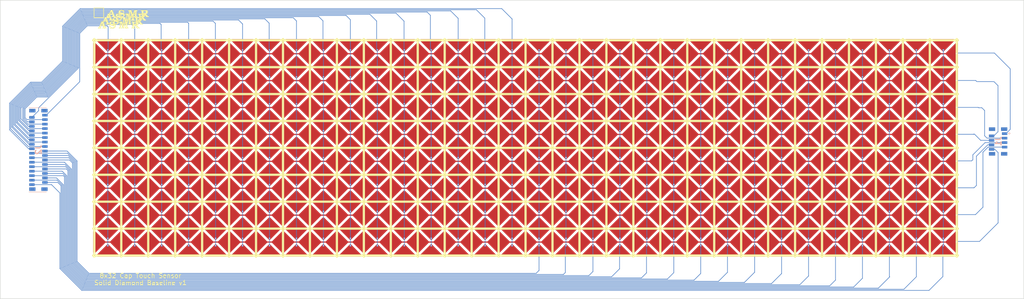
<source format=kicad_pcb>
(kicad_pcb (version 20211014) (generator pcbnew)
  (layers (0 "F.Cu" signal) (31 "B.Cu" signal) (34 "B.Paste" user) (35 "F.Paste" user) (36 "B.SilkS" user "B.Silkscreen") (37 "F.SilkS" user "F.Silkscreen") (38 "B.Mask" user) (39 "F.Mask" user) (44 "Edge.Cuts" user))
  (net 0 "")
  (net 1 "Net-(J1-Pad1)")
  (net 2 "Net-(J1-Pad2)")
  (net 3 "Net-(J1-Pad3)")
  (net 4 "Net-(J1-Pad4)")
  (net 5 "Net-(J1-Pad5)")
  (net 6 "Net-(J1-Pad6)")
  (net 7 "Net-(J1-Pad7)")
  (net 8 "Net-(J1-Pad8)")
  (net 9 "Net-(J2-Pad1)")
  (net 10 "Net-(J2-Pad2)")
  (net 11 "Net-(J2-Pad3)")
  (net 12 "Net-(J2-Pad4)")
  (net 13 "Net-(J2-Pad5)")
  (net 14 "Net-(J2-Pad6)")
  (net 15 "Net-(J2-Pad7)")
  (net 16 "Net-(J2-Pad8)")
  (net 17 "Net-(J2-Pad9)")
  (net 18 "Net-(J2-Pad10)")
  (net 19 "Net-(J2-Pad11)")
  (net 20 "Net-(J2-Pad12)")
  (net 21 "Net-(J2-Pad13)")
  (net 22 "Net-(J2-Pad14)")
  (net 23 "Net-(J2-Pad15)")
  (net 24 "Net-(J2-Pad16)")
  (net 25 "Net-(J2-Pad17)")
  (net 26 "Net-(J2-Pad18)")
  (net 27 "Net-(J2-Pad19)")
  (net 28 "Net-(J2-Pad20)")
  (net 29 "Net-(J2-Pad21)")
  (net 30 "Net-(J2-Pad22)")
  (net 31 "Net-(J2-Pad23)")
  (net 32 "Net-(J2-Pad24)")
  (net 33 "Net-(J2-Pad25)")
  (net 34 "Net-(J2-Pad26)")
  (net 35 "Net-(J2-Pad27)")
  (net 36 "Net-(J2-Pad28)")
  (net 37 "Net-(J2-Pad29)")
  (net 38 "Net-(J2-Pad30)")
  (net 39 "Net-(J2-Pad31)")
  (net 40 "Net-(J2-Pad32)")
  (footprint "ASMR_footprints:captouch_8x32_diamond_baseline" (layer "F.Cu") (at 62.875 55.675)
    (fp_text reference "U1" hide)
    (fp_text value "captouch_8x32_grid" hide)
  )
  (footprint "ASMR_footprints:SilkScreen_asmrrrrrrrrr" (layer "F.Cu") (at 69.125 51.275)
    (fp_text reference "G***" hide)
    (fp_text value "LOGO" hide)
  )
  (footprint "ASMR_footprints:Conn_FFC_1x32_0.5mm_Molex_5019513210" (layer "B.Cu") (at 50.675 80.375 -90)
    (fp_text reference "J2")
    (fp_text value "Conn_01x32_Male" hide)
  )
  (footprint "ASMR_footprints:Conn_FFC_1x8_0.5mm_Molex_5019510830" (layer "B.Cu") (at 264.325 78.5 -90)
    (fp_text reference "J1")
    (fp_text value "Conn_01x08_Male" hide)
  )
  (gr_rect (start 42.175 47) (end 270.05 113.55) (layer "Edge.Cuts") (width 0.1) (fill none))
  (gr_text "8x32 Cap Touch Sensor\nSolid Diamond Baseline v1" (at 73.4 109.225) (layer "F.SilkS") (effects (font (size 1 1))))
  (via (at 255.05 58.9) (size 0.4) (drill 0.2) (layers "F.Cu" "B.Cu") (net 1))
  (segment (start 266.075 76.75) (end 267.025 75.8) (width 0.127) (layer "B.Cu") (net 1))
  (segment (start 267.025 62.3) (end 263.5 58.775) (width 0.127) (layer "B.Cu") (net 1))
  (segment (start 267.025 75.8) (end 267.025 62.3) (width 0.127) (layer "B.Cu") (net 1))
  (segment (start 263.5 58.775) (end 255.175 58.775) (width 0.127) (layer "B.Cu") (net 1))
  (segment (start 255.175 58.775) (end 255.05 58.9) (width 0.127) (layer "B.Cu") (net 1))
  (segment (start 265.775 76.75) (end 266.075 76.75) (width 0.127) (layer "B.Cu") (net 1))
  (via (at 255.05 64.9) (size 0.4) (drill 0.2) (layers "F.Cu" "B.Cu") (net 2))
  (segment (start 259.35 64.9) (end 259.6 65.15) (width 0.127) (layer "B.Cu") (net 2))
  (segment (start 262.875 77.25) (end 263.375 77.25) (width 0.127) (layer "B.Cu") (net 2))
  (segment (start 255.05 64.9) (end 259.35 64.9) (width 0.127) (layer "B.Cu") (net 2))
  (segment (start 264.3 76.325) (end 264.3 66.05) (width 0.127) (layer "B.Cu") (net 2))
  (segment (start 263.4 65.15) (end 259.6 65.15) (width 0.127) (layer "B.Cu") (net 2))
  (segment (start 263.375 77.25) (end 264.3 76.325) (width 0.127) (layer "B.Cu") (net 2))
  (segment (start 264.3 66.05) (end 263.4 65.15) (width 0.127) (layer "B.Cu") (net 2))
  (via (at 255.05 70.9) (size 0.4) (drill 0.2) (layers "F.Cu" "B.Cu") (net 3))
  (segment (start 265.775 77.75) (end 261.85 77.75) (width 0.127) (layer "B.Cu") (net 3))
  (segment (start 260 70.975) (end 260.7 70.975) (width 0.127) (layer "B.Cu") (net 3))
  (segment (start 261.325 71.6) (end 260.7 70.975) (width 0.127) (layer "B.Cu") (net 3))
  (segment (start 261.85 77.75) (end 261.325 77.225) (width 0.127) (layer "B.Cu") (net 3))
  (segment (start 259.925 70.9) (end 260 70.975) (width 0.127) (layer "B.Cu") (net 3))
  (segment (start 255.05 70.9) (end 259.925 70.9) (width 0.127) (layer "B.Cu") (net 3))
  (segment (start 261.325 77.225) (end 261.325 71.6) (width 0.127) (layer "B.Cu") (net 3))
  (via (at 255.05 76.9) (size 0.4) (drill 0.2) (layers "F.Cu" "B.Cu") (net 4))
  (segment (start 255.05 76.9) (end 258.85 76.9) (width 0.127) (layer "B.Cu") (net 4))
  (segment (start 258.85 76.9) (end 258.9 76.85) (width 0.127) (layer "B.Cu") (net 4))
  (segment (start 262.875 78.25) (end 260.45 78.25) (width 0.127) (layer "B.Cu") (net 4))
  (segment (start 260.45 78.25) (end 259.05 76.85) (width 0.127) (layer "B.Cu") (net 4))
  (segment (start 259.05 76.85) (end 258.9 76.85) (width 0.127) (layer "B.Cu") (net 4))
  (via (at 255.05 82.9) (size 0.4) (drill 0.2) (layers "F.Cu" "B.Cu") (net 5))
  (segment (start 255.125 82.825) (end 255.05 82.9) (width 0.127) (layer "B.Cu") (net 5))
  (segment (start 265.775 78.75) (end 261.425 78.75) (width 0.127) (layer "B.Cu") (net 5))
  (segment (start 258.7 81.475) (end 258.7 82.575) (width 0.127) (layer "B.Cu") (net 5))
  (segment (start 261.425 78.75) (end 258.7 81.475) (width 0.127) (layer "B.Cu") (net 5))
  (segment (start 258.45 82.825) (end 255.125 82.825) (width 0.127) (layer "B.Cu") (net 5))
  (segment (start 258.7 82.575) (end 258.45 82.825) (width 0.127) (layer "B.Cu") (net 5))
  (via (at 255.05 88.9) (size 0.4) (drill 0.2) (layers "F.Cu" "B.Cu") (net 6))
  (segment (start 259.5 81.775) (end 259.5 88.3) (width 0.127) (layer "B.Cu") (net 6))
  (segment (start 258.975 88.825) (end 255.125 88.825) (width 0.127) (layer "B.Cu") (net 6))
  (segment (start 259.5 88.3) (end 258.975 88.825) (width 0.127) (layer "B.Cu") (net 6))
  (segment (start 255.125 88.825) (end 255.05 88.9) (width 0.127) (layer "B.Cu") (net 6))
  (segment (start 262.875 79.25) (end 262.025 79.25) (width 0.127) (layer "B.Cu") (net 6))
  (segment (start 262.025 79.25) (end 259.5 81.775) (width 0.127) (layer "B.Cu") (net 6))
  (via (at 255.05 94.9) (size 0.4) (drill 0.2) (layers "F.Cu" "B.Cu") (net 7))
  (segment (start 260.95 80.894) (end 260.95 93.15) (width 0.127) (layer "B.Cu") (net 7))
  (segment (start 262.094 79.75) (end 260.95 80.894) (width 0.127) (layer "B.Cu") (net 7))
  (segment (start 260.95 93.15) (end 259.3 94.8) (width 0.127) (layer "B.Cu") (net 7))
  (segment (start 255.15 94.8) (end 255.05 94.9) (width 0.127) (layer "B.Cu") (net 7))
  (segment (start 265.775 79.75) (end 262.094 79.75) (width 0.127) (layer "B.Cu") (net 7))
  (segment (start 259.3 94.8) (end 255.15 94.8) (width 0.127) (layer "B.Cu") (net 7))
  (via (at 255.05 100.9) (size 0.4) (drill 0.2) (layers "F.Cu" "B.Cu") (net 8))
  (segment (start 260.2 100.775) (end 255.175 100.775) (width 0.127) (layer "B.Cu") (net 8))
  (segment (start 263.602 80.25) (end 264.325 80.973) (width 0.127) (layer "B.Cu") (net 8))
  (segment (start 264.325 96.65) (end 260.2 100.775) (width 0.127) (layer "B.Cu") (net 8))
  (segment (start 255.175 100.775) (end 255.05 100.9) (width 0.127) (layer "B.Cu") (net 8))
  (segment (start 262.875 80.25) (end 263.602 80.25) (width 0.127) (layer "B.Cu") (net 8))
  (segment (start 264.325 80.973) (end 264.325 96.65) (width 0.127) (layer "B.Cu") (net 8))
  (via (at 66.125 70.075) (size 0.4) (drill 0.2) (layers "F.Cu" "B.Cu") (net 9))
  (via (at 66.125 64.075) (size 0.4) (drill 0.2) (layers "F.Cu" "B.Cu") (net 9))
  (via (at 66.125 58.075) (size 0.4) (drill 0.2) (layers "F.Cu" "B.Cu") (net 9))
  (via (at 66.125 82.075) (size 0.4) (drill 0.2) (layers "F.Cu" "B.Cu") (net 9))
  (via (at 66.125 76.075) (size 0.4) (drill 0.2) (layers "F.Cu" "B.Cu") (net 9))
  (via (at 66.125 100.075) (size 0.4) (drill 0.2) (layers "F.Cu" "B.Cu") (net 9))
  (via (at 66.125 94.075) (size 0.4) (drill 0.2) (layers "F.Cu" "B.Cu") (net 9))
  (via (at 66.125 88.075) (size 0.4) (drill 0.2) (layers "F.Cu" "B.Cu") (net 9))
  (via (at 66.125 101.75) (size 0.4) (drill 0.2) (layers "F.Cu" "B.Cu") (net 9))
  (segment (start 66.125 70.075) (end 66.125 76.075) (width 0.127) (layer "B.Cu") (net 9))
  (segment (start 59.875 65.175) (end 59.875 54.375) (width 0.127) (layer "B.Cu") (net 9))
  (segment (start 66.2 58) (end 66.125 58.075) (width 0.127) (layer "B.Cu") (net 9))
  (segment (start 61.55 52.7) (end 65.975 52.7) (width 0.127) (layer "B.Cu") (net 9))
  (segment (start 59.875 54.375) (end 61.55 52.7) (width 0.127) (layer "B.Cu") (net 9))
  (segment (start 66.125 82.075) (end 66.125 88.075) (width 0.127) (layer "B.Cu") (net 9))
  (segment (start 66.125 58.075) (end 66.125 64.075) (width 0.127) (layer "B.Cu") (net 9))
  (segment (start 66.125 76.075) (end 66.125 82.075) (width 0.127) (layer "B.Cu") (net 9))
  (segment (start 66.125 100.075) (end 66.125 101.75) (width 0.127) (layer "B.Cu") (net 9))
  (segment (start 66.2 52.925) (end 66.2 58) (width 0.127) (layer "B.Cu") (net 9))
  (segment (start 66.125 64.075) (end 66.125 70.075) (width 0.127) (layer "B.Cu") (net 9))
  (segment (start 66.125 88.075) (end 66.125 94.075) (width 0.127) (layer "B.Cu") (net 9))
  (segment (start 52.425 72.625) (end 59.875 65.175) (width 0.127) (layer "B.Cu") (net 9))
  (segment (start 65.975 52.7) (end 66.2 52.925) (width 0.127) (layer "B.Cu") (net 9))
  (segment (start 66.125 94.075) (end 66.125 100.075) (width 0.127) (layer "B.Cu") (net 9))
  (segment (start 52.125 72.625) (end 52.425 72.625) (width 0.127) (layer "B.Cu") (net 9))
  (via (at 72.125 100.075) (size 0.4) (drill 0.2) (layers "F.Cu" "B.Cu") (net 10))
  (via (at 72.125 76.075) (size 0.4) (drill 0.2) (layers "F.Cu" "B.Cu") (net 10))
  (via (at 72.125 70.075) (size 0.4) (drill 0.2) (layers "F.Cu" "B.Cu") (net 10))
  (via (at 72.125 82.075) (size 0.4) (drill 0.2) (layers "F.Cu" "B.Cu") (net 10))
  (via (at 72.125 94.075) (size 0.4) (drill 0.2) (layers "F.Cu" "B.Cu") (net 10))
  (via (at 72.125 88.075) (size 0.4) (drill 0.2) (layers "F.Cu" "B.Cu") (net 10))
  (via (at 72.125 64.075) (size 0.4) (drill 0.2) (layers "F.Cu" "B.Cu") (net 10))
  (via (at 72.125 58.075) (size 0.4) (drill 0.2) (layers "F.Cu" "B.Cu") (net 10))
  (via (at 72.125 101.75) (size 0.4) (drill 0.2) (layers "F.Cu" "B.Cu") (net 10))
  (segment (start 49.225 73.125) (end 50.725 71.625) (width 0.127) (layer "B.Cu") (net 10))
  (segment (start 72.125 101.75) (end 72.125 100.075) (width 0.127) (layer "B.Cu") (net 10))
  (segment (start 59.621 54.26979) (end 61.46579 52.425) (width 0.127) (layer "B.Cu") (net 10))
  (segment (start 71.5 52.425) (end 72.125 53.05) (width 0.127) (layer "B.Cu") (net 10))
  (segment (start 61.46579 52.425) (end 71.5 52.425) (width 0.127) (layer "B.Cu") (net 10))
  (segment (start 50.725 70.975) (end 59.621 62.079) (width 0.127) (layer "B.Cu") (net 10))
  (segment (start 59.621 62.079) (end 59.621 54.26979) (width 0.127) (layer "B.Cu") (net 10))
  (segment (start 50.725 71.625) (end 50.725 70.975) (width 0.127) (layer "B.Cu") (net 10))
  (segment (start 72.125 53.05) (end 72.125 58.075) (width 0.127) (layer "B.Cu") (net 10))
  (segment (start 72.125 100.075) (end 72.125 58.075) (width 0.127) (layer "B.Cu") (net 10))
  (via (at 78.125 64.075) (size 0.4) (drill 0.2) (layers "F.Cu" "B.Cu") (net 11))
  (via (at 78.125 88.075) (size 0.4) (drill 0.2) (layers "F.Cu" "B.Cu") (net 11))
  (via (at 78.125 101.75) (size 0.4) (drill 0.2) (layers "F.Cu" "B.Cu") (net 11))
  (via (at 78.125 58.075) (size 0.4) (drill 0.2) (layers "F.Cu" "B.Cu") (net 11))
  (via (at 78.125 70.075) (size 0.4) (drill 0.2) (layers "F.Cu" "B.Cu") (net 11))
  (via (at 78.125 94.075) (size 0.4) (drill 0.2) (layers "F.Cu" "B.Cu") (net 11))
  (via (at 78.125 82.075) (size 0.4) (drill 0.2) (layers "F.Cu" "B.Cu") (net 11))
  (via (at 78.125 76.075) (size 0.4) (drill 0.2) (layers "F.Cu" "B.Cu") (net 11))
  (via (at 78.125 100.075) (size 0.4) (drill 0.2) (layers "F.Cu" "B.Cu") (net 11))
  (segment (start 52.76579 68.575) (end 59.367 61.97379) (width 0.127) (layer "B.Cu") (net 11))
  (segment (start 78 57.95) (end 78.125 58.075) (width 0.127) (layer "B.Cu") (net 11))
  (segment (start 59.367 61.97379) (end 59.367 54.16458) (width 0.127) (layer "B.Cu") (net 11))
  (segment (start 48.1 73.625) (end 47.7 73.225) (width 0.127) (layer "B.Cu") (net 11))
  (segment (start 78 52.425) (end 78 57.95) (width 0.127) (layer "B.Cu") (net 11))
  (segment (start 59.367 54.16458) (end 61.36058 52.171) (width 0.127) (layer "B.Cu") (net 11))
  (segment (start 77.746 52.171) (end 78 52.425) (width 0.127) (layer "B.Cu") (net 11))
  (segment (start 52.125 73.625) (end 48.1 73.625) (width 0.127) (layer "B.Cu") (net 11))
  (segment (start 50.325 68.575) (end 52.76579 68.575) (width 0.127) (layer "B.Cu") (net 11))
  (segment (start 47.7 73.225) (end 47.7 71.2) (width 0.127) (layer "B.Cu") (net 11))
  (segment (start 78.125 58.075) (end 78.125 101.75) (width 0.127) (layer "B.Cu") (net 11))
  (segment (start 47.7 71.2) (end 50.325 68.575) (width 0.127) (layer "B.Cu") (net 11))
  (segment (start 61.36058 52.171) (end 77.746 52.171) (width 0.127) (layer "B.Cu") (net 11))
  (via (at 84.125 64.075) (size 0.4) (drill 0.2) (layers "F.Cu" "B.Cu") (net 12))
  (via (at 84.125 76.075) (size 0.4) (drill 0.2) (layers "F.Cu" "B.Cu") (net 12))
  (via (at 84.125 58.075) (size 0.4) (drill 0.2) (layers "F.Cu" "B.Cu") (net 12))
  (via (at 84.125 100.075) (size 0.4) (drill 0.2) (layers "F.Cu" "B.Cu") (net 12))
  (via (at 84.125 88.075) (size 0.4) (drill 0.2) (layers "F.Cu" "B.Cu") (net 12))
  (via (at 84.125 82.075) (size 0.4) (drill 0.2) (layers "F.Cu" "B.Cu") (net 12))
  (via (at 84.125 94.075) (size 0.4) (drill 0.2) (layers "F.Cu" "B.Cu") (net 12))
  (via (at 84.125 70.075) (size 0.4) (drill 0.2) (layers "F.Cu" "B.Cu") (net 12))
  (via (at 84.125 101.75) (size 0.4) (drill 0.2) (layers "F.Cu" "B.Cu") (net 12))
  (segment (start 47.446 71.09479) (end 47.446 73.371) (width 0.127) (layer "B.Cu") (net 12))
  (segment (start 59.113 54.05937) (end 59.113 61.86858) (width 0.127) (layer "B.Cu") (net 12))
  (segment (start 59.113 61.86858) (end 52.66058 68.321) (width 0.127) (layer "B.Cu") (net 12))
  (segment (start 50.21979 68.321) (end 47.446 71.09479) (width 0.127) (layer "B.Cu") (net 12))
  (segment (start 48.2 74.125) (end 49.225 74.125) (width 0.127) (layer "B.Cu") (net 12))
  (segment (start 84.125 101.75) (end 84.125 58.075) (width 0.127) (layer "B.Cu") (net 12))
  (segment (start 47.446 73.371) (end 48.2 74.125) (width 0.127) (layer "B.Cu") (net 12))
  (segment (start 83.892 51.917) (end 61.25537 51.917) (width 0.127) (layer "B.Cu") (net 12))
  (segment (start 61.25537 51.917) (end 59.113 54.05937) (width 0.127) (layer "B.Cu") (net 12))
  (segment (start 84.125 52.15) (end 83.892 51.917) (width 0.127) (layer "B.Cu") (net 12))
  (segment (start 84.125 58.075) (end 84.125 52.15) (width 0.127) (layer "B.Cu") (net 12))
  (segment (start 52.66058 68.321) (end 50.21979 68.321) (width 0.127) (layer "B.Cu") (net 12))
  (via (at 90.125 70.075) (size 0.4) (drill 0.2) (layers "F.Cu" "B.Cu") (net 13))
  (via (at 90.125 58.075) (size 0.4) (drill 0.2) (layers "F.Cu" "B.Cu") (net 13))
  (via (at 90.125 64.075) (size 0.4) (drill 0.2) (layers "F.Cu" "B.Cu") (net 13))
  (via (at 90.125 94.075) (size 0.4) (drill 0.2) (layers "F.Cu" "B.Cu") (net 13))
  (via (at 90.125 88.075) (size 0.4) (drill 0.2) (layers "F.Cu" "B.Cu") (net 13))
  (via (at 90.125 82.075) (size 0.4) (drill 0.2) (layers "F.Cu" "B.Cu") (net 13))
  (via (at 90.125 100.075) (size 0.4) (drill 0.2) (layers "F.Cu" "B.Cu") (net 13))
  (via (at 90.125 101.75) (size 0.4) (drill 0.2) (layers "F.Cu" "B.Cu") (net 13))
  (via (at 90.125 76.075) (size 0.4) (drill 0.2) (layers "F.Cu" "B.Cu") (net 13))
  (segment (start 90.075 58.025) (end 90.125 58.075) (width 0.127) (layer "B.Cu") (net 13))
  (segment (start 47.192 70.98958) (end 50.11458 68.067) (width 0.127) (layer "B.Cu") (net 13))
  (segment (start 52.55537 68.067) (end 58.859 61.76337) (width 0.127) (layer "B.Cu") (net 13))
  (segment (start 48.3 74.625) (end 47.192 73.517) (width 0.127) (layer "B.Cu") (net 13))
  (segment (start 61.15016 51.663) (end 89.563 51.663) (width 0.127) (layer "B.Cu") (net 13))
  (segment (start 58.859 61.76337) (end 58.859 53.95416) (width 0.127) (layer "B.Cu") (net 13))
  (segment (start 90.125 58.075) (end 90.125 101.75) (width 0.127) (layer "B.Cu") (net 13))
  (segment (start 52.125 74.625) (end 48.3 74.625) (width 0.127) (layer "B.Cu") (net 13))
  (segment (start 89.563 51.663) (end 90.075 52.175) (width 0.127) (layer "B.Cu") (net 13))
  (segment (start 58.859 53.95416) (end 61.15016 51.663) (width 0.127) (layer "B.Cu") (net 13))
  (segment (start 47.192 73.517) (end 47.192 70.98958) (width 0.127) (layer "B.Cu") (net 13))
  (segment (start 50.11458 68.067) (end 52.55537 68.067) (width 0.127) (layer "B.Cu") (net 13))
  (segment (start 90.075 52.175) (end 90.075 58.025) (width 0.127) (layer "B.Cu") (net 13))
  (via (at 96.125 76.075) (size 0.4) (drill 0.2) (layers "F.Cu" "B.Cu") (net 14))
  (via (at 96.125 88.075) (size 0.4) (drill 0.2) (layers "F.Cu" "B.Cu") (net 14))
  (via (at 96.125 70.075) (size 0.4) (drill 0.2) (layers "F.Cu" "B.Cu") (net 14))
  (via (at 96.125 100.075) (size 0.4) (drill 0.2) (layers "F.Cu" "B.Cu") (net 14))
  (via (at 96.125 94.075) (size 0.4) (drill 0.2) (layers "F.Cu" "B.Cu") (net 14))
  (via (at 96.125 58.075) (size 0.4) (drill 0.2) (layers "F.Cu" "B.Cu") (net 14))
  (via (at 96.125 64.075) (size 0.4) (drill 0.2) (layers "F.Cu" "B.Cu") (net 14))
  (via (at 96.125 82.075) (size 0.4) (drill 0.2) (layers "F.Cu" "B.Cu") (net 14))
  (via (at 96.125 101.75) (size 0.4) (drill 0.2) (layers "F.Cu" "B.Cu") (net 14))
  (segment (start 46.8 71.02237) (end 46.8 73.48421) (width 0.127) (layer "B.Cu") (net 14))
  (segment (start 96.125 52.3) (end 95.234 51.409) (width 0.127) (layer "B.Cu") (net 14))
  (segment (start 96.125 58.075) (end 96.125 52.3) (width 0.127) (layer "B.Cu") (net 14))
  (segment (start 58.605 61.65816) (end 52.45016 67.813) (width 0.127) (layer "B.Cu") (net 14))
  (segment (start 58.605 53.84895) (end 58.605 61.65816) (width 0.127) (layer "B.Cu") (net 14))
  (segment (start 52.45016 67.813) (end 50.00937 67.813) (width 0.127) (layer "B.Cu") (net 14))
  (segment (start 96.125 101.75) (end 96.125 58.075) (width 0.127) (layer "B.Cu") (net 14))
  (segment (start 95.234 51.409) (end 61.04495 51.409) (width 0.127) (layer "B.Cu") (net 14))
  (segment (start 48.44079 75.125) (end 49.225 75.125) (width 0.127) (layer "B.Cu") (net 14))
  (segment (start 50.00937 67.813) (end 46.8 71.02237) (width 0.127) (layer "B.Cu") (net 14))
  (segment (start 61.04495 51.409) (end 58.605 53.84895) (width 0.127) (layer "B.Cu") (net 14))
  (segment (start 46.8 73.48421) (end 48.44079 75.125) (width 0.127) (layer "B.Cu") (net 14))
  (via (at 102.125 101.75) (size 0.4) (drill 0.2) (layers "F.Cu" "B.Cu") (net 15))
  (via (at 102.125 64.075) (size 0.4) (drill 0.2) (layers "F.Cu" "B.Cu") (net 15))
  (via (at 102.125 76.075) (size 0.4) (drill 0.2) (layers "F.Cu" "B.Cu") (net 15))
  (via (at 102.125 58.075) (size 0.4) (drill 0.2) (layers "F.Cu" "B.Cu") (net 15))
  (via (at 102.125 88.075) (size 0.4) (drill 0.2) (layers "F.Cu" "B.Cu") (net 15))
  (via (at 102.125 100.075) (size 0.4) (drill 0.2) (layers "F.Cu" "B.Cu") (net 15))
  (via (at 102.125 70.075) (size 0.4) (drill 0.2) (layers "F.Cu" "B.Cu") (net 15))
  (via (at 102.125 94.075) (size 0.4) (drill 0.2) (layers "F.Cu" "B.Cu") (net 15))
  (via (at 102.125 82.075) (size 0.4) (drill 0.2) (layers "F.Cu" "B.Cu") (net 15))
  (segment (start 58.351 53.74374) (end 60.93974 51.155) (width 0.127) (layer "B.Cu") (net 15))
  (segment (start 46.546 70.91716) (end 49.90416 67.559) (width 0.127) (layer "B.Cu") (net 15))
  (segment (start 58.351 61.55295) (end 58.351 53.74374) (width 0.127) (layer "B.Cu") (net 15))
  (segment (start 49.90416 67.559) (end 52.34495 67.559) (width 0.127) (layer "B.Cu") (net 15))
  (segment (start 102.125 58.075) (end 102.125 101.75) (width 0.127) (layer "B.Cu") (net 15))
  (segment (start 102.05 58) (end 102.125 58.075) (width 0.127) (layer "B.Cu") (net 15))
  (segment (start 101.08 51.155) (end 102.05 52.125) (width 0.127) (layer "B.Cu") (net 15))
  (segment (start 52.34495 67.559) (end 58.351 61.55295) (width 0.127) (layer "B.Cu") (net 15))
  (segment (start 102.05 52.125) (end 102.05 58) (width 0.127) (layer "B.Cu") (net 15))
  (segment (start 46.546 73.727) (end 46.546 70.91716) (width 0.127) (layer "B.Cu") (net 15))
  (segment (start 52.125 75.625) (end 48.444 75.625) (width 0.127) (layer "B.Cu") (net 15))
  (segment (start 48.444 75.625) (end 46.546 73.727) (width 0.127) (layer "B.Cu") (net 15))
  (segment (start 60.93974 51.155) (end 101.08 51.155) (width 0.127) (layer "B.Cu") (net 15))
  (via (at 108.125 70.075) (size 0.4) (drill 0.2) (layers "F.Cu" "B.Cu") (net 16))
  (via (at 108.125 101.75) (size 0.4) (drill 0.2) (layers "F.Cu" "B.Cu") (net 16))
  (via (at 108.125 94.075) (size 0.4) (drill 0.2) (layers "F.Cu" "B.Cu") (net 16))
  (via (at 108.125 76.075) (size 0.4) (drill 0.2) (layers "F.Cu" "B.Cu") (net 16))
  (via (at 108.125 58.075) (size 0.4) (drill 0.2) (layers "F.Cu" "B.Cu") (net 16))
  (via (at 108.125 100.075) (size 0.4) (drill 0.2) (layers "F.Cu" "B.Cu") (net 16))
  (via (at 108.125 64.075) (size 0.4) (drill 0.2) (layers "F.Cu" "B.Cu") (net 16))
  (via (at 108.125 88.075) (size 0.4) (drill 0.2) (layers "F.Cu" "B.Cu") (net 16))
  (via (at 108.125 82.075) (size 0.4) (drill 0.2) (layers "F.Cu" "B.Cu") (net 16))
  (segment (start 46.292 73.83221) (end 48.58479 76.125) (width 0.127) (layer "B.Cu") (net 16))
  (segment (start 52.23974 67.305) (end 49.79895 67.305) (width 0.127) (layer "B.Cu") (net 16))
  (segment (start 58.097 61.44774) (end 52.23974 67.305) (width 0.127) (layer "B.Cu") (net 16))
  (segment (start 108.125 58.075) (end 108.125 51.625) (width 0.127) (layer "B.Cu") (net 16))
  (segment (start 108.125 51.625) (end 107.401 50.901) (width 0.127) (layer "B.Cu") (net 16))
  (segment (start 60.83453 50.901) (end 58.097 53.63853) (width 0.127) (layer "B.Cu") (net 16))
  (segment (start 107.401 50.901) (end 60.83453 50.901) (width 0.127) (layer "B.Cu") (net 16))
  (segment (start 58.097 53.63853) (end 58.097 61.44774) (width 0.127) (layer "B.Cu") (net 16))
  (segment (start 49.79895 67.305) (end 46.292 70.81195) (width 0.127) (layer "B.Cu") (net 16))
  (segment (start 108.125 101.75) (end 108.125 58.075) (width 0.127) (layer "B.Cu") (net 16))
  (segment (start 48.58479 76.125) (end 49.225 76.125) (width 0.127) (layer "B.Cu") (net 16))
  (segment (start 46.292 70.81195) (end 46.292 73.83221) (width 0.127) (layer "B.Cu") (net 16))
  (via (at 114.125 58.075) (size 0.4) (drill 0.2) (layers "F.Cu" "B.Cu") (net 17))
  (via (at 114.125 94.075) (size 0.4) (drill 0.2) (layers "F.Cu" "B.Cu") (net 17))
  (via (at 114.125 88.075) (size 0.4) (drill 0.2) (layers "F.Cu" "B.Cu") (net 17))
  (via (at 114.125 82.075) (size 0.4) (drill 0.2) (layers "F.Cu" "B.Cu") (net 17))
  (via (at 114.125 76.075) (size 0.4) (drill 0.2) (layers "F.Cu" "B.Cu") (net 17))
  (via (at 114.125 64.075) (size 0.4) (drill 0.2) (layers "F.Cu" "B.Cu") (net 17))
  (via (at 114.125 101.75) (size 0.4) (drill 0.2) (layers "F.Cu" "B.Cu") (net 17))
  (via (at 114.125 70.075) (size 0.4) (drill 0.2) (layers "F.Cu" "B.Cu") (net 17))
  (via (at 114.125 100.075) (size 0.4) (drill 0.2) (layers "F.Cu" "B.Cu") (net 17))
  (segment (start 114.125 58.075) (end 114.125 101.75) (width 0.127) (layer "B.Cu") (net 17))
  (segment (start 52.125 76.625) (end 48.444 76.625) (width 0.127) (layer "B.Cu") (net 17))
  (segment (start 114.025 51.6) (end 114.025 57.975) (width 0.127) (layer "B.Cu") (net 17))
  (segment (start 57.843 53.53332) (end 60.72932 50.647) (width 0.127) (layer "B.Cu") (net 17))
  (segment (start 48.444 76.625) (end 46.038 74.219) (width 0.127) (layer "B.Cu") (net 17))
  (segment (start 46.038 74.219) (end 46.038 70.70674) (width 0.127) (layer "B.Cu") (net 17))
  (segment (start 46.038 70.70674) (end 49.69374 67.051) (width 0.127) (layer "B.Cu") (net 17))
  (segment (start 60.72932 50.647) (end 113.072 50.647) (width 0.127) (layer "B.Cu") (net 17))
  (segment (start 52.13453 67.051) (end 57.843 61.34253) (width 0.127) (layer "B.Cu") (net 17))
  (segment (start 114.025 57.975) (end 114.125 58.075) (width 0.127) (layer "B.Cu") (net 17))
  (segment (start 57.843 61.34253) (end 57.843 53.53332) (width 0.127) (layer "B.Cu") (net 17))
  (segment (start 113.072 50.647) (end 114.025 51.6) (width 0.127) (layer "B.Cu") (net 17))
  (segment (start 49.69374 67.051) (end 52.13453 67.051) (width 0.127) (layer "B.Cu") (net 17))
  (via (at 120.125 88.075) (size 0.4) (drill 0.2) (layers "F.Cu" "B.Cu") (net 18))
  (via (at 120.125 100.075) (size 0.4) (drill 0.2) (layers "F.Cu" "B.Cu") (net 18))
  (via (at 120.125 101.75) (size 0.4) (drill 0.2) (layers "F.Cu" "B.Cu") (net 18))
  (via (at 120.125 64.075) (size 0.4) (drill 0.2) (layers "F.Cu" "B.Cu") (net 18))
  (via (at 120.125 94.075) (size 0.4) (drill 0.2) (layers "F.Cu" "B.Cu") (net 18))
  (via (at 120.125 70.075) (size 0.4) (drill 0.2) (layers "F.Cu" "B.Cu") (net 18))
  (via (at 120.125 58.075) (size 0.4) (drill 0.2) (layers "F.Cu" "B.Cu") (net 18))
  (via (at 120.125 76.075) (size 0.4) (drill 0.2) (layers "F.Cu" "B.Cu") (net 18))
  (via (at 120.125 82.075) (size 0.4) (drill 0.2) (layers "F.Cu" "B.Cu") (net 18))
  (segment (start 52.02932 66.797) (end 49.58853 66.797) (width 0.127) (layer "B.Cu") (net 18))
  (segment (start 119.168 50.393) (end 60.62411 50.393) (width 0.127) (layer "B.Cu") (net 18))
  (segment (start 60.62411 50.393) (end 57.589 53.42811) (width 0.127) (layer "B.Cu") (net 18))
  (segment (start 45.784 74.32421) (end 48.58479 77.125) (width 0.127) (layer "B.Cu") (net 18))
  (segment (start 48.58479 77.125) (end 49.225 77.125) (width 0.127) (layer "B.Cu") (net 18))
  (segment (start 57.589 61.23732) (end 52.02932 66.797) (width 0.127) (layer "B.Cu") (net 18))
  (segment (start 120.125 58.075) (end 120.125 51.35) (width 0.127) (layer "B.Cu") (net 18))
  (segment (start 45.784 70.60153) (end 45.784 74.32421) (width 0.127) (layer "B.Cu") (net 18))
  (segment (start 120.125 101.75) (end 120.125 58.075) (width 0.127) (layer "B.Cu") (net 18))
  (segment (start 57.589 53.42811) (end 57.589 61.23732) (width 0.127) (layer "B.Cu") (net 18))
  (segment (start 120.125 51.35) (end 119.168 50.393) (width 0.127) (layer "B.Cu") (net 18))
  (segment (start 49.58853 66.797) (end 45.784 70.60153) (width 0.127) (layer "B.Cu") (net 18))
  (via (at 126.125 94.075) (size 0.4) (drill 0.2) (layers "F.Cu" "B.Cu") (net 19))
  (via (at 126.125 101.75) (size 0.4) (drill 0.2) (layers "F.Cu" "B.Cu") (net 19))
  (via (at 126.125 70.075) (size 0.4) (drill 0.2) (layers "F.Cu" "B.Cu") (net 19))
  (via (at 126.125 88.075) (size 0.4) (drill 0.2) (layers "F.Cu" "B.Cu") (net 19))
  (via (at 126.125 76.075) (size 0.4) (drill 0.2) (layers "F.Cu" "B.Cu") (net 19))
  (via (at 126.125 82.075) (size 0.4) (drill 0.2) (layers "F.Cu" "B.Cu") (net 19))
  (via (at 126.125 64.075) (size 0.4) (drill 0.2) (layers "F.Cu" "B.Cu") (net 19))
  (via (at 126.125 58.075) (size 0.4) (drill 0.2) (layers "F.Cu" "B.Cu") (net 19))
  (via (at 126.125 100.075) (size 0.4) (drill 0.2) (layers "F.Cu" "B.Cu") (net 19))
  (segment (start 57.335 53.3229) (end 60.5189 50.139) (width 0.127) (layer "B.Cu") (net 19))
  (segment (start 45.53 70.49632) (end 49.48332 66.543) (width 0.127) (layer "B.Cu") (net 19))
  (segment (start 125.975 51.65) (end 125.975 57.925) (width 0.127) (layer "B.Cu") (net 19))
  (segment (start 60.5189 50.139) (end 124.464 50.139) (width 0.127) (layer "B.Cu") (net 19))
  (segment (start 124.464 50.139) (end 125.975 51.65) (width 0.127) (layer "B.Cu") (net 19))
  (segment (start 51.92411 66.543) (end 57.335 61.13211) (width 0.127) (layer "B.Cu") (net 19))
  (segment (start 49.48332 66.543) (end 51.92411 66.543) (width 0.127) (layer "B.Cu") (net 19))
  (segment (start 48.444 77.625) (end 45.53 74.711) (width 0.127) (layer "B.Cu") (net 19))
  (segment (start 52.125 77.625) (end 48.444 77.625) (width 0.127) (layer "B.Cu") (net 19))
  (segment (start 57.335 61.13211) (end 57.335 53.3229) (width 0.127) (layer "B.Cu") (net 19))
  (segment (start 126.125 58.075) (end 126.125 101.75) (width 0.127) (layer "B.Cu") (net 19))
  (segment (start 125.975 57.925) (end 126.125 58.075) (width 0.127) (layer "B.Cu") (net 19))
  (segment (start 45.53 74.711) (end 45.53 70.49632) (width 0.127) (layer "B.Cu") (net 19))
  (via (at 132.125 76.075) (size 0.4) (drill 0.2) (layers "F.Cu" "B.Cu") (net 20))
  (via (at 132.125 88.075) (size 0.4) (drill 0.2) (layers "F.Cu" "B.Cu") (net 20))
  (via (at 132.125 94.075) (size 0.4) (drill 0.2) (layers "F.Cu" "B.Cu") (net 20))
  (via (at 132.125 100.075) (size 0.4) (drill 0.2) (layers "F.Cu" "B.Cu") (net 20))
  (via (at 132.125 64.075) (size 0.4) (drill 0.2) (layers "F.Cu" "B.Cu") (net 20))
  (via (at 132.125 101.75) (size 0.4) (drill 0.2) (layers "F.Cu" "B.Cu") (net 20))
  (via (at 132.125 70.075) (size 0.4) (drill 0.2) (layers "F.Cu" "B.Cu") (net 20))
  (via (at 132.125 58.075) (size 0.4) (drill 0.2) (layers "F.Cu" "B.Cu") (net 20))
  (via (at 132.125 82.075) (size 0.4) (drill 0.2) (layers "F.Cu" "B.Cu") (net 20))
  (segment (start 130.285 49.885) (end 132.075 51.675) (width 0.127) (layer "B.Cu") (net 20))
  (segment (start 51.8189 66.289) (end 57.081 61.0269) (width 0.127) (layer "B.Cu") (net 20))
  (segment (start 132.125 58.075) (end 132.075 58.025) (width 0.127) (layer "B.Cu") (net 20))
  (segment (start 132.075 58.025) (end 132.075 51.675) (width 0.127) (layer "B.Cu") (net 20))
  (segment (start 57.081 61.0269) (end 57.081 53.21769) (width 0.127) (layer "B.Cu") (net 20))
  (segment (start 132.125 101.75) (end 132.125 58.075) (width 0.127) (layer "B.Cu") (net 20))
  (segment (start 45.276 74.81621) (end 45.276 70.39111) (width 0.127) (layer "B.Cu") (net 20))
  (segment (start 48.58479 78.125) (end 45.276 74.81621) (width 0.127) (layer "B.Cu") (net 20))
  (segment (start 60.41369 49.885) (end 130.285 49.885) (width 0.127) (layer "B.Cu") (net 20))
  (segment (start 49.225 78.125) (end 48.58479 78.125) (width 0.127) (layer "B.Cu") (net 20))
  (segment (start 49.37811 66.289) (end 51.8189 66.289) (width 0.127) (layer "B.Cu") (net 20))
  (segment (start 57.081 53.21769) (end 60.41369 49.885) (width 0.127) (layer "B.Cu") (net 20))
  (segment (start 45.276 70.39111) (end 49.37811 66.289) (width 0.127) (layer "B.Cu") (net 20))
  (via (at 138.125 58.075) (size 0.4) (drill 0.2) (layers "F.Cu" "B.Cu") (net 21))
  (via (at 138.125 101.75) (size 0.4) (drill 0.2) (layers "F.Cu" "B.Cu") (net 21))
  (via (at 138.125 70.075) (size 0.4) (drill 0.2) (layers "F.Cu" "B.Cu") (net 21))
  (via (at 138.125 64.075) (size 0.4) (drill 0.2) (layers "F.Cu" "B.Cu") (net 21))
  (via (at 138.125 94.075) (size 0.4) (drill 0.2) (layers "F.Cu" "B.Cu") (net 21))
  (via (at 138.125 76.075) (size 0.4) (drill 0.2) (layers "F.Cu" "B.Cu") (net 21))
  (via (at 138.125 100.075) (size 0.4) (drill 0.2) (layers "F.Cu" "B.Cu") (net 21))
  (via (at 138.125 88.075) (size 0.4) (drill 0.2) (layers "F.Cu" "B.Cu") (net 21))
  (via (at 138.125 82.075) (size 0.4) (drill 0.2) (layers "F.Cu" "B.Cu") (net 21))
  (segment (start 48.444 78.625) (end 45.022 75.203) (width 0.127) (layer "B.Cu") (net 21))
  (segment (start 49.2729 66.035) (end 51.71369 66.035) (width 0.127) (layer "B.Cu") (net 21))
  (segment (start 52.125 78.625) (end 48.444 78.625) (width 0.127) (layer "B.Cu") (net 21))
  (segment (start 138.125 58.075) (end 138.125 101.75) (width 0.127) (layer "B.Cu") (net 21))
  (segment (start 51.71369 66.035) (end 56.827 60.92169) (width 0.127) (layer "B.Cu") (net 21))
  (segment (start 45.022 75.203) (end 45.022 70.2859) (width 0.127) (layer "B.Cu") (net 21))
  (segment (start 60.30848 49.631) (end 137.206 49.631) (width 0.127) (layer "B.Cu") (net 21))
  (segment (start 137.9375 57.8875) (end 138.125 58.075) (width 0.127) (layer "B.Cu") (net 21))
  (segment (start 56.827 60.92169) (end 56.827 53.11248) (width 0.127) (layer "B.Cu") (net 21))
  (segment (start 56.827 53.11248) (end 60.30848 49.631) (width 0.127) (layer "B.Cu") (net 21))
  (segment (start 137.206 49.631) (end 137.9375 50.3625) (width 0.127) (layer "B.Cu") (net 21))
  (segment (start 137.9375 50.3625) (end 137.9375 57.8875) (width 0.127) (layer "B.Cu") (net 21))
  (segment (start 45.022 70.2859) (end 49.2729 66.035) (width 0.127) (layer "B.Cu") (net 21))
  (via (at 144.125 82.075) (size 0.4) (drill 0.2) (layers "F.Cu" "B.Cu") (net 22))
  (via (at 144.125 94.075) (size 0.4) (drill 0.2) (layers "F.Cu" "B.Cu") (net 22))
  (via (at 144.125 70.075) (size 0.4) (drill 0.2) (layers "F.Cu" "B.Cu") (net 22))
  (via (at 144.125 76.075) (size 0.4) (drill 0.2) (layers "F.Cu" "B.Cu") (net 22))
  (via (at 144.125 58.075) (size 0.4) (drill 0.2) (layers "F.Cu" "B.Cu") (net 22))
  (via (at 144.125 64.075) (size 0.4) (drill 0.2) (layers "F.Cu" "B.Cu") (net 22))
  (via (at 144.125 100.075) (size 0.4) (drill 0.2) (layers "F.Cu" "B.Cu") (net 22))
  (via (at 144.125 101.75) (size 0.4) (drill 0.2) (layers "F.Cu" "B.Cu") (net 22))
  (via (at 144.125 88.075) (size 0.4) (drill 0.2) (layers "F.Cu" "B.Cu") (net 22))
  (segment (start 56.573 60.81648) (end 51.60848 65.781) (width 0.127) (layer "B.Cu") (net 22))
  (segment (start 51.60848 65.781) (end 49.16769 65.781) (width 0.127) (layer "B.Cu") (net 22))
  (segment (start 44.768 75.30821) (end 48.58479 79.125) (width 0.127) (layer "B.Cu") (net 22))
  (segment (start 144.125 58.075) (end 144.125 51.05) (width 0.127) (layer "B.Cu") (net 22))
  (segment (start 56.573 53.00727) (end 56.573 60.81648) (width 0.127) (layer "B.Cu") (net 22))
  (segment (start 144.125 101.75) (end 144.125 58.075) (width 0.127) (layer "B.Cu") (net 22))
  (segment (start 44.768 70.18069) (end 44.768 75.30821) (width 0.127) (layer "B.Cu") (net 22))
  (segment (start 144.125 51.05) (end 142.452 49.377) (width 0.127) (layer "B.Cu") (net 22))
  (segment (start 142.452 49.377) (end 60.20327 49.377) (width 0.127) (layer "B.Cu") (net 22))
  (segment (start 60.20327 49.377) (end 56.573 53.00727) (width 0.127) (layer "B.Cu") (net 22))
  (segment (start 49.16769 65.781) (end 44.768 70.18069) (width 0.127) (layer "B.Cu") (net 22))
  (segment (start 48.58479 79.125) (end 49.225 79.125) (width 0.127) (layer "B.Cu") (net 22))
  (via (at 150.125 64.075) (size 0.4) (drill 0.2) (layers "F.Cu" "B.Cu") (net 23))
  (via (at 150.125 100.075) (size 0.4) (drill 0.2) (layers "F.Cu" "B.Cu") (net 23))
  (via (at 150.125 58.075) (size 0.4) (drill 0.2) (layers "F.Cu" "B.Cu") (net 23))
  (via (at 150.125 70.075) (size 0.4) (drill 0.2) (layers "F.Cu" "B.Cu") (net 23))
  (via (at 150.125 101.75) (size 0.4) (drill 0.2) (layers "F.Cu" "B.Cu") (net 23))
  (via (at 150.125 76.075) (size 0.4) (drill 0.2) (layers "F.Cu" "B.Cu") (net 23))
  (via (at 150.125 88.075) (size 0.4) (drill 0.2) (layers "F.Cu" "B.Cu") (net 23))
  (via (at 150.125 94.075) (size 0.4) (drill 0.2) (layers "F.Cu" "B.Cu") (net 23))
  (via (at 150.125 82.075) (size 0.4) (drill 0.2) (layers "F.Cu" "B.Cu") (net 23))
  (segment (start 150.05 51) (end 150.05 58) (width 0.127) (layer "B.Cu") (net 23))
  (segment (start 48.444 79.625) (end 44.514 75.695) (width 0.127) (layer "B.Cu") (net 23))
  (segment (start 150.125 58.075) (end 150.125 101.75) (width 0.127) (layer "B.Cu") (net 23))
  (segment (start 51.50327 65.527) (end 56.319 60.71127) (width 0.127) (layer "B.Cu") (net 23))
  (segment (start 44.514 70.07548) (end 49.06248 65.527) (width 0.127) (layer "B.Cu") (net 23))
  (segment (start 150.05 58) (end 150.125 58.075) (width 0.127) (layer "B.Cu") (net 23))
  (segment (start 49.06248 65.527) (end 51.50327 65.527) (width 0.127) (layer "B.Cu") (net 23))
  (segment (start 56.319 60.71127) (end 56.319 52.90206) (width 0.127) (layer "B.Cu") (net 23))
  (segment (start 60.09806 49.123) (end 148.173 49.123) (width 0.127) (layer "B.Cu") (net 23))
  (segment (start 56.319 52.90206) (end 60.09806 49.123) (width 0.127) (layer "B.Cu") (net 23))
  (segment (start 44.514 75.695) (end 44.514 70.07548) (width 0.127) (layer "B.Cu") (net 23))
  (segment (start 52.125 79.625) (end 48.444 79.625) (width 0.127) (layer "B.Cu") (net 23))
  (segment (start 148.173 49.123) (end 150.05 51) (width 0.127) (layer "B.Cu") (net 23))
  (via (at 156.125 76.075) (size 0.4) (drill 0.2) (layers "F.Cu" "B.Cu") (net 24))
  (via (at 156.125 70.075) (size 0.4) (drill 0.2) (layers "F.Cu" "B.Cu") (net 24))
  (via (at 156.125 101.75) (size 0.4) (drill 0.2) (layers "F.Cu" "B.Cu") (net 24))
  (via (at 156.125 64.075) (size 0.4) (drill 0.2) (layers "F.Cu" "B.Cu") (net 24))
  (via (at 156.125 82.075) (size 0.4) (drill 0.2) (layers "F.Cu" "B.Cu") (net 24))
  (via (at 156.125 58.075) (size 0.4) (drill 0.2) (layers "F.Cu" "B.Cu") (net 24))
  (via (at 156.125 100.075) (size 0.4) (drill 0.2) (layers "F.Cu" "B.Cu") (net 24))
  (via (at 156.125 88.075) (size 0.4) (drill 0.2) (layers "F.Cu" "B.Cu") (net 24))
  (via (at 156.125 94.075) (size 0.4) (drill 0.2) (layers "F.Cu" "B.Cu") (net 24))
  (segment (start 156.125 58.075) (end 156.125 51.175) (width 0.127) (layer "B.Cu") (net 24))
  (segment (start 56.065 52.79685) (end 56.065 60.60606) (width 0.127) (layer "B.Cu") (net 24))
  (segment (start 153.819 48.869) (end 59.99285 48.869) (width 0.127) (layer "B.Cu") (net 24))
  (segment (start 156.125 51.175) (end 153.819 48.869) (width 0.127) (layer "B.Cu") (net 24))
  (segment (start 44.26 69.97027) (end 44.26 75.887) (width 0.127) (layer "B.Cu") (net 24))
  (segment (start 51.39806 65.273) (end 48.95727 65.273) (width 0.127) (layer "B.Cu") (net 24))
  (segment (start 48.95727 65.273) (end 44.26 69.97027) (width 0.127) (layer "B.Cu") (net 24))
  (segment (start 59.99285 48.869) (end 56.065 52.79685) (width 0.127) (layer "B.Cu") (net 24))
  (segment (start 44.26 75.887) (end 48.498 80.125) (width 0.127) (layer "B.Cu") (net 24))
  (segment (start 48.498 80.125) (end 49.225 80.125) (width 0.127) (layer "B.Cu") (net 24))
  (segment (start 156.125 101.75) (end 156.125 58.075) (width 0.127) (layer "B.Cu") (net 24))
  (segment (start 56.065 60.60606) (end 51.39806 65.273) (width 0.127) (layer "B.Cu") (net 24))
  (via (at 162.125 88.075) (size 0.4) (drill 0.2) (layers "F.Cu" "B.Cu") (net 25))
  (via (at 162.125 82.075) (size 0.4) (drill 0.2) (layers "F.Cu" "B.Cu") (net 25))
  (via (at 162.125 94.075) (size 0.4) (drill 0.2) (layers "F.Cu" "B.Cu") (net 25))
  (via (at 162.125 101.75) (size 0.4) (drill 0.2) (layers "F.Cu" "B.Cu") (net 25))
  (via (at 162.125 100.075) (size 0.4) (drill 0.2) (layers "F.Cu" "B.Cu") (net 25))
  (via (at 162.125 58.075) (size 0.4) (drill 0.2) (layers "F.Cu" "B.Cu") (net 25))
  (via (at 162.125 64.075) (size 0.4) (drill 0.2) (layers "F.Cu" "B.Cu") (net 25))
  (via (at 162.125 70.075) (size 0.4) (drill 0.2) (layers "F.Cu" "B.Cu") (net 25))
  (via (at 162.125 76.075) (size 0.4) (drill 0.2) (layers "F.Cu" "B.Cu") (net 25))
  (segment (start 162.125 101.75) (end 162.125 107.25) (width 0.127) (layer "B.Cu") (net 25))
  (segment (start 162.125 107.25) (end 161.475 107.9) (width 0.127) (layer "B.Cu") (net 25))
  (segment (start 57.05 80.625) (end 52.125 80.625) (width 0.127) (layer "B.Cu") (net 25))
  (segment (start 59.275 105.25) (end 59.275 82.85) (width 0.127) (layer "B.Cu") (net 25))
  (segment (start 161.475 107.9) (end 61.925 107.9) (width 0.127) (layer "B.Cu") (net 25))
  (segment (start 61.925 107.9) (end 59.275 105.25) (width 0.127) (layer "B.Cu") (net 25))
  (segment (start 59.275 82.85) (end 57.05 80.625) (width 0.127) (layer "B.Cu") (net 25))
  (segment (start 162.125 58.075) (end 162.125 101.75) (width 0.127) (layer "B.Cu") (net 25))
  (via (at 168.125 70.075) (size 0.4) (drill 0.2) (layers "F.Cu" "B.Cu") (net 26))
  (via (at 168.125 82.075) (size 0.4) (drill 0.2) (layers "F.Cu" "B.Cu") (net 26))
  (via (at 168.125 88.075) (size 0.4) (drill 0.2) (layers "F.Cu" "B.Cu") (net 26))
  (via (at 168.125 94.075) (size 0.4) (drill 0.2) (layers "F.Cu" "B.Cu") (net 26))
  (via (at 168.125 100.075) (size 0.4) (drill 0.2) (layers "F.Cu" "B.Cu") (net 26))
  (via (at 168.125 76.075) (size 0.4) (drill 0.2) (layers "F.Cu" "B.Cu") (net 26))
  (via (at 168.125 64.075) (size 0.4) (drill 0.2) (layers "F.Cu" "B.Cu") (net 26))
  (via (at 168.125 58.075) (size 0.4) (drill 0.2) (layers "F.Cu" "B.Cu") (net 26))
  (via (at 168.125 101.75) (size 0.4) (drill 0.2) (layers "F.Cu" "B.Cu") (net 26))
  (segment (start 59.021 105.35521) (end 61.81979 108.154) (width 0.127) (layer "B.Cu") (net 26))
  (segment (start 167.975 107.725) (end 167.975 101.9) (width 0.127) (layer "B.Cu") (net 26))
  (segment (start 168.125 101.75) (end 168.125 58.075) (width 0.127) (layer "B.Cu") (net 26))
  (segment (start 61.81979 108.154) (end 167.546 108.154) (width 0.127) (layer "B.Cu") (net 26))
  (segment (start 167.546 108.154) (end 167.975 107.725) (width 0.127) (layer "B.Cu") (net 26))
  (segment (start 59.021 82.95521) (end 59.021 105.35521) (width 0.127) (layer "B.Cu") (net 26))
  (segment (start 57.19079 81.125) (end 59.021 82.95521) (width 0.127) (layer "B.Cu") (net 26))
  (segment (start 167.975 101.9) (end 168.125 101.75) (width 0.127) (layer "B.Cu") (net 26))
  (segment (start 49.225 81.125) (end 57.19079 81.125) (width 0.127) (layer "B.Cu") (net 26))
  (via (at 174.125 101.75) (size 0.4) (drill 0.2) (layers "F.Cu" "B.Cu") (net 27))
  (via (at 174.125 82.075) (size 0.4) (drill 0.2) (layers "F.Cu" "B.Cu") (net 27))
  (via (at 174.125 70.075) (size 0.4) (drill 0.2) (layers "F.Cu" "B.Cu") (net 27))
  (via (at 174.125 100.075) (size 0.4) (drill 0.2) (layers "F.Cu" "B.Cu") (net 27))
  (via (at 174.125 88.075) (size 0.4) (drill 0.2) (layers "F.Cu" "B.Cu") (net 27))
  (via (at 174.125 94.075) (size 0.4) (drill 0.2) (layers "F.Cu" "B.Cu") (net 27))
  (via (at 174.125 58.075) (size 0.4) (drill 0.2) (layers "F.Cu" "B.Cu") (net 27))
  (via (at 174.125 64.075) (size 0.4) (drill 0.2) (layers "F.Cu" "B.Cu") (net 27))
  (via (at 174.125 76.075) (size 0.4) (drill 0.2) (layers "F.Cu" "B.Cu") (net 27))
  (segment (start 174.125 58.075) (end 174.125 101.75) (width 0.127) (layer "B.Cu") (net 27))
  (segment (start 52.125 81.625) (end 57.33158 81.625) (width 0.127) (layer "B.Cu") (net 27))
  (segment (start 58.767 83.06042) (end 58.767 105.46042) (width 0.127) (layer "B.Cu") (net 27))
  (segment (start 174.125 101.75) (end 174.125 107.5) (width 0.127) (layer "B.Cu") (net 27))
  (segment (start 173.217 108.408) (end 174.125 107.5) (width 0.127) (layer "B.Cu") (net 27))
  (segment (start 58.767 105.46042) (end 61.71458 108.408) (width 0.127) (layer "B.Cu") (net 27))
  (segment (start 57.33158 81.625) (end 58.767 83.06042) (width 0.127) (layer "B.Cu") (net 27))
  (segment (start 61.71458 108.408) (end 173.217 108.408) (width 0.127) (layer "B.Cu") (net 27))
  (via (at 180.125 82.075) (size 0.4) (drill 0.2) (layers "F.Cu" "B.Cu") (net 28))
  (via (at 180.125 100.075) (size 0.4) (drill 0.2) (layers "F.Cu" "B.Cu") (net 28))
  (via (at 180.125 101.75) (size 0.4) (drill 0.2) (layers "F.Cu" "B.Cu") (net 28))
  (via (at 180.125 58.075) (size 0.4) (drill 0.2) (layers "F.Cu" "B.Cu") (net 28))
  (via (at 180.125 76.075) (size 0.4) (drill 0.2) (layers "F.Cu" "B.Cu") (net 28))
  (via (at 180.125 64.075) (size 0.4) (drill 0.2) (layers "F.Cu" "B.Cu") (net 28))
  (via (at 180.125 88.075) (size 0.4) (drill 0.2) (layers "F.Cu" "B.Cu") (net 28))
  (via (at 180.125 94.075) (size 0.4) (drill 0.2) (layers "F.Cu" "B.Cu") (net 28))
  (via (at 180.125 70.075) (size 0.4) (drill 0.2) (layers "F.Cu" "B.Cu") (net 28))
  (segment (start 180.05 106.9) (end 180.05 101.825) (width 0.127) (layer "B.Cu") (net 28))
  (segment (start 180.05 101.825) (end 180.125 101.75) (width 0.127) (layer "B.Cu") (net 28))
  (segment (start 61.60937 108.662) (end 178.288 108.662) (width 0.127) (layer "B.Cu") (net 28))
  (segment (start 180.125 101.75) (end 180.125 58.075) (width 0.127) (layer "B.Cu") (net 28))
  (segment (start 178.288 108.662) (end 180.05 106.9) (width 0.127) (layer "B.Cu") (net 28))
  (segment (start 58.513 105.56563) (end 61.60937 108.662) (width 0.127) (layer "B.Cu") (net 28))
  (segment (start 49.225 82.125) (end 57.47237 82.125) (width 0.127) (layer "B.Cu") (net 28))
  (segment (start 57.47237 82.125) (end 58.513 83.16563) (width 0.127) (layer "B.Cu") (net 28))
  (segment (start 58.513 83.16563) (end 58.513 105.56563) (width 0.127) (layer "B.Cu") (net 28))
  (via (at 186.125 58.075) (size 0.4) (drill 0.2) (layers "F.Cu" "B.Cu") (net 29))
  (via (at 186.125 101.75) (size 0.4) (drill 0.2) (layers "F.Cu" "B.Cu") (net 29))
  (via (at 186.125 94.075) (size 0.4) (drill 0.2) (layers "F.Cu" "B.Cu") (net 29))
  (via (at 186.125 88.075) (size 0.4) (drill 0.2) (layers "F.Cu" "B.Cu") (net 29))
  (via (at 186.125 82.075) (size 0.4) (drill 0.2) (layers "F.Cu" "B.Cu") (net 29))
  (via (at 186.125 70.075) (size 0.4) (drill 0.2) (layers "F.Cu" "B.Cu") (net 29))
  (via (at 186.125 64.075) (size 0.4) (drill 0.2) (layers "F.Cu" "B.Cu") (net 29))
  (via (at 186.125 76.075) (size 0.4) (drill 0.2) (layers "F.Cu" "B.Cu") (net 29))
  (via (at 186.125 100.075) (size 0.4) (drill 0.2) (layers "F.Cu" "B.Cu") (net 29))
  (segment (start 186.05 101.825) (end 186.125 101.75) (width 0.127) (layer "B.Cu") (net 29))
  (segment (start 58.259 83.27084) (end 58.259 105.67084) (width 0.127) (layer "B.Cu") (net 29))
  (segment (start 186.125 101.75) (end 186.125 58.075) (width 0.127) (layer "B.Cu") (net 29))
  (segment (start 186.05 107.8) (end 186.05 101.825) (width 0.127) (layer "B.Cu") (net 29))
  (segment (start 57.61316 82.625) (end 58.259 83.27084) (width 0.127) (layer "B.Cu") (net 29))
  (segment (start 184.934 108.916) (end 186.05 107.8) (width 0.127) (layer "B.Cu") (net 29))
  (segment (start 61.50416 108.916) (end 184.934 108.916) (width 0.127) (layer "B.Cu") (net 29))
  (segment (start 58.259 105.67084) (end 61.50416 108.916) (width 0.127) (layer "B.Cu") (net 29))
  (segment (start 52.125 82.625) (end 57.61316 82.625) (width 0.127) (layer "B.Cu") (net 29))
  (via (at 192.125 94.075) (size 0.4) (drill 0.2) (layers "F.Cu" "B.Cu") (net 30))
  (via (at 192.125 64.075) (size 0.4) (drill 0.2) (layers "F.Cu" "B.Cu") (net 30))
  (via (at 192.125 88.075) (size 0.4) (drill 0.2) (layers "F.Cu" "B.Cu") (net 30))
  (via (at 192.125 58.075) (size 0.4) (drill 0.2) (layers "F.Cu" "B.Cu") (net 30))
  (via (at 192.125 82.075) (size 0.4) (drill 0.2) (layers "F.Cu" "B.Cu") (net 30))
  (via (at 192.125 76.075) (size 0.4) (drill 0.2) (layers "F.Cu" "B.Cu") (net 30))
  (via (at 192.125 100.075) (size 0.4) (drill 0.2) (layers "F.Cu" "B.Cu") (net 30))
  (via (at 192.125 101.75) (size 0.4) (drill 0.2) (layers "F.Cu" "B.Cu") (net 30))
  (via (at 192.125 70.075) (size 0.4) (drill 0.2) (layers "F.Cu" "B.Cu") (net 30))
  (segment (start 192.125 101.75) (end 192.125 107.75) (width 0.127) (layer "B.Cu") (net 30))
  (segment (start 58.005 84.655) (end 58.005 105.77605) (width 0.127) (layer "B.Cu") (net 30))
  (segment (start 190.705 109.17) (end 192.125 107.75) (width 0.127) (layer "B.Cu") (net 30))
  (segment (start 192.125 101.75) (end 192.125 58.075) (width 0.127) (layer "B.Cu") (net 30))
  (segment (start 56.475 83.125) (end 58.005 84.655) (width 0.127) (layer "B.Cu") (net 30))
  (segment (start 61.39895 109.17) (end 190.705 109.17) (width 0.127) (layer "B.Cu") (net 30))
  (segment (start 58.005 105.77605) (end 61.39895 109.17) (width 0.127) (layer "B.Cu") (net 30))
  (segment (start 49.225 83.125) (end 56.475 83.125) (width 0.127) (layer "B.Cu") (net 30))
  (via (at 198.125 70.075) (size 0.4) (drill 0.2) (layers "F.Cu" "B.Cu") (net 31))
  (via (at 198.125 101.75) (size 0.4) (drill 0.2) (layers "F.Cu" "B.Cu") (net 31))
  (via (at 198.125 76.075) (size 0.4) (drill 0.2) (layers "F.Cu" "B.Cu") (net 31))
  (via (at 198.125 100.075) (size 0.4) (drill 0.2) (layers "F.Cu" "B.Cu") (net 31))
  (via (at 198.125 64.075) (size 0.4) (drill 0.2) (layers "F.Cu" "B.Cu") (net 31))
  (via (at 198.125 82.075) (size 0.4) (drill 0.2) (layers "F.Cu" "B.Cu") (net 31))
  (via (at 198.125 94.075) (size 0.4) (drill 0.2) (layers "F.Cu" "B.Cu") (net 31))
  (via (at 198.125 88.075) (size 0.4) (drill 0.2) (layers "F.Cu" "B.Cu") (net 31))
  (via (at 198.125 58.075) (size 0.4) (drill 0.2) (layers "F.Cu" "B.Cu") (net 31))
  (segment (start 56.61579 83.625) (end 52.125 83.625) (width 0.127) (layer "B.Cu") (net 31))
  (segment (start 196.626 109.424) (end 61.29374 109.424) (width 0.127) (layer "B.Cu") (net 31))
  (segment (start 198.125 101.75) (end 198.125 58.075) (width 0.127) (layer "B.Cu") (net 31))
  (segment (start 57.751 105.88126) (end 57.751 84.76021) (width 0.127) (layer "B.Cu") (net 31))
  (segment (start 198.125 101.75) (end 198.125 107.925) (width 0.127) (layer "B.Cu") (net 31))
  (segment (start 57.751 84.76021) (end 56.61579 83.625) (width 0.127) (layer "B.Cu") (net 31))
  (segment (start 61.29374 109.424) (end 57.751 105.88126) (width 0.127) (layer "B.Cu") (net 31))
  (segment (start 198.125 107.925) (end 196.626 109.424) (width 0.127) (layer "B.Cu") (net 31))
  (via (at 204.125 101.75) (size 0.4) (drill 0.2) (layers "F.Cu" "B.Cu") (net 32))
  (via (at 204.125 64.075) (size 0.4) (drill 0.2) (layers "F.Cu" "B.Cu") (net 32))
  (via (at 204.125 94.075) (size 0.4) (drill 0.2) (layers "F.Cu" "B.Cu") (net 32))
  (via (at 204.125 70.075) (size 0.4) (drill 0.2) (layers "F.Cu" "B.Cu") (net 32))
  (via (at 204.125 82.075) (size 0.4) (drill 0.2) (layers "F.Cu" "B.Cu") (net 32))
  (via (at 204.125 76.075) (size 0.4) (drill 0.2) (layers "F.Cu" "B.Cu") (net 32))
  (via (at 204.125 58.075) (size 0.4) (drill 0.2) (layers "F.Cu" "B.Cu") (net 32))
  (via (at 204.125 100.075) (size 0.4) (drill 0.2) (layers "F.Cu" "B.Cu") (net 32))
  (via (at 204.125 88.075) (size 0.4) (drill 0.2) (layers "F.Cu" "B.Cu") (net 32))
  (segment (start 56.75658 84.125) (end 57.497 84.86542) (width 0.127) (layer "B.Cu") (net 32))
  (segment (start 49.225 84.125) (end 56.75658 84.125) (width 0.127) (layer "B.Cu") (net 32))
  (segment (start 57.497 84.86542) (end 57.497 105.98647) (width 0.127) (layer "B.Cu") (net 32))
  (segment (start 57.497 105.98647) (end 61.18853 109.678) (width 0.127) (layer "B.Cu") (net 32))
  (segment (start 204.075 101.8) (end 204.125 101.75) (width 0.127) (layer "B.Cu") (net 32))
  (segment (start 204.125 101.75) (end 204.125 58.075) (width 0.127) (layer "B.Cu") (net 32))
  (segment (start 204.075 107.675) (end 204.075 101.8) (width 0.127) (layer "B.Cu") (net 32))
  (segment (start 202.072 109.678) (end 204.075 107.675) (width 0.127) (layer "B.Cu") (net 32))
  (segment (start 61.18853 109.678) (end 202.072 109.678) (width 0.127) (layer "B.Cu") (net 32))
  (via (at 210.125 70.075) (size 0.4) (drill 0.2) (layers "F.Cu" "B.Cu") (net 33))
  (via (at 210.125 58.075) (size 0.4) (drill 0.2) (layers "F.Cu" "B.Cu") (net 33))
  (via (at 210.125 88.075) (size 0.4) (drill 0.2) (layers "F.Cu" "B.Cu") (net 33))
  (via (at 210.125 76.075) (size 0.4) (drill 0.2) (layers "F.Cu" "B.Cu") (net 33))
  (via (at 210.125 64.075) (size 0.4) (drill 0.2) (layers "F.Cu" "B.Cu") (net 33))
  (via (at 210.125 82.075) (size 0.4) (drill 0.2) (layers "F.Cu" "B.Cu") (net 33))
  (via (at 210.125 94.075) (size 0.4) (drill 0.2) (layers "F.Cu" "B.Cu") (net 33))
  (via (at 210.125 100.075) (size 0.4) (drill 0.2) (layers "F.Cu" "B.Cu") (net 33))
  (via (at 210.125 101.75) (size 0.4) (drill 0.2) (layers "F.Cu" "B.Cu") (net 33))
  (segment (start 57.243 106.09168) (end 57.243 84.97063) (width 0.127) (layer "B.Cu") (net 33))
  (segment (start 61.08332 109.932) (end 57.243 106.09168) (width 0.127) (layer "B.Cu") (net 33))
  (segment (start 56.89737 84.625) (end 52.125 84.625) (width 0.127) (layer "B.Cu") (net 33))
  (segment (start 210.125 101.75) (end 210.125 58.075) (width 0.127) (layer "B.Cu") (net 33))
  (segment (start 57.243 84.97063) (end 56.89737 84.625) (width 0.127) (layer "B.Cu") (net 33))
  (segment (start 207.843 109.932) (end 61.08332 109.932) (width 0.127) (layer "B.Cu") (net 33))
  (segment (start 210.125 101.75) (end 210.125 107.65) (width 0.127) (layer "B.Cu") (net 33))
  (segment (start 210.125 107.65) (end 207.843 109.932) (width 0.127) (layer "B.Cu") (net 33))
  (via (at 216.125 88.075) (size 0.4) (drill 0.2) (layers "F.Cu" "B.Cu") (net 34))
  (via (at 216.125 82.075) (size 0.4) (drill 0.2) (layers "F.Cu" "B.Cu") (net 34))
  (via (at 216.125 76.075) (size 0.4) (drill 0.2) (layers "F.Cu" "B.Cu") (net 34))
  (via (at 216.125 100.075) (size 0.4) (drill 0.2) (layers "F.Cu" "B.Cu") (net 34))
  (via (at 216.125 101.75) (size 0.4) (drill 0.2) (layers "F.Cu" "B.Cu") (net 34))
  (via (at 216.125 94.075) (size 0.4) (drill 0.2) (layers "F.Cu" "B.Cu") (net 34))
  (via (at 216.125 58.075) (size 0.4) (drill 0.2) (layers "F.Cu" "B.Cu") (net 34))
  (via (at 216.125 64.075) (size 0.4) (drill 0.2) (layers "F.Cu" "B.Cu") (net 34))
  (via (at 216.125 70.075) (size 0.4) (drill 0.2) (layers "F.Cu" "B.Cu") (net 34))
  (segment (start 213.889 110.186) (end 216.125 107.95) (width 0.127) (layer "B.Cu") (net 34))
  (segment (start 55.975 85.125) (end 56.989 86.139) (width 0.127) (layer "B.Cu") (net 34))
  (segment (start 216.125 101.75) (end 216.125 58.075) (width 0.127) (layer "B.Cu") (net 34))
  (segment (start 49.225 85.125) (end 55.975 85.125) (width 0.127) (layer "B.Cu") (net 34))
  (segment (start 60.97811 110.186) (end 213.889 110.186) (width 0.127) (layer "B.Cu") (net 34))
  (segment (start 56.989 86.139) (end 56.989 106.19689) (width 0.127) (layer "B.Cu") (net 34))
  (segment (start 56.989 106.19689) (end 60.97811 110.186) (width 0.127) (layer "B.Cu") (net 34))
  (segment (start 216.125 107.95) (end 216.125 101.75) (width 0.127) (layer "B.Cu") (net 34))
  (via (at 222.125 94.075) (size 0.4) (drill 0.2) (layers "F.Cu" "B.Cu") (net 35))
  (via (at 222.125 88.075) (size 0.4) (drill 0.2) (layers "F.Cu" "B.Cu") (net 35))
  (via (at 222.125 58.075) (size 0.4) (drill 0.2) (layers "F.Cu" "B.Cu") (net 35))
  (via (at 222.125 76.075) (size 0.4) (drill 0.2) (layers "F.Cu" "B.Cu") (net 35))
  (via (at 222.125 82.075) (size 0.4) (drill 0.2) (layers "F.Cu" "B.Cu") (net 35))
  (via (at 222.125 70.075) (size 0.4) (drill 0.2) (layers "F.Cu" "B.Cu") (net 35))
  (via (at 222.125 101.75) (size 0.4) (drill 0.2) (layers "F.Cu" "B.Cu") (net 35))
  (via (at 222.125 64.075) (size 0.4) (drill 0.2) (layers "F.Cu" "B.Cu") (net 35))
  (via (at 222.125 100.075) (size 0.4) (drill 0.2) (layers "F.Cu" "B.Cu") (net 35))
  (segment (start 56.735 106.3021) (end 56.735 86.24421) (width 0.127) (layer "B.Cu") (net 35))
  (segment (start 56.735 86.24421) (end 56.11579 85.625) (width 0.127) (layer "B.Cu") (net 35))
  (segment (start 56.11579 85.625) (end 52.125 85.625) (width 0.127) (layer "B.Cu") (net 35))
  (segment (start 222.125 101.75) (end 222.125 58.075) (width 0.127) (layer "B.Cu") (net 35))
  (segment (start 222.125 108.5) (end 220.185 110.44) (width 0.127) (layer "B.Cu") (net 35))
  (segment (start 220.185 110.44) (end 60.8729 110.44) (width 0.127) (layer "B.Cu") (net 35))
  (segment (start 222.125 101.75) (end 222.125 108.5) (width 0.127) (layer "B.Cu") (net 35))
  (segment (start 60.8729 110.44) (end 56.735 106.3021) (width 0.127) (layer "B.Cu") (net 35))
  (via (at 228.125 94.075) (size 0.4) (drill 0.2) (layers "F.Cu" "B.Cu") (net 36))
  (via (at 228.125 88.075) (size 0.4) (drill 0.2) (layers "F.Cu" "B.Cu") (net 36))
  (via (at 228.125 101.75) (size 0.4) (drill 0.2) (layers "F.Cu" "B.Cu") (net 36))
  (via (at 228.125 100.075) (size 0.4) (drill 0.2) (layers "F.Cu" "B.Cu") (net 36))
  (via (at 228.125 64.075) (size 0.4) (drill 0.2) (layers "F.Cu" "B.Cu") (net 36))
  (via (at 228.125 58.075) (size 0.4) (drill 0.2) (layers "F.Cu" "B.Cu") (net 36))
  (via (at 228.125 70.075) (size 0.4) (drill 0.2) (layers "F.Cu" "B.Cu") (net 36))
  (via (at 228.125 82.075) (size 0.4) (drill 0.2) (layers "F.Cu" "B.Cu") (net 36))
  (via (at 228.125 76.075) (size 0.4) (drill 0.2) (layers "F.Cu" "B.Cu") (net 36))
  (segment (start 56.481 106.40731) (end 56.481 86.34942) (width 0.127) (layer "B.Cu") (net 36))
  (segment (start 226.831 110.694) (end 60.76769 110.694) (width 0.127) (layer "B.Cu") (net 36))
  (segment (start 228.125 101.75) (end 228.125 109.4) (width 0.127) (layer "B.Cu") (net 36))
  (segment (start 228.125 101.75) (end 228.125 58.075) (width 0.127) (layer "B.Cu") (net 36))
  (segment (start 56.481 86.34942) (end 56.25658 86.125) (width 0.127) (layer "B.Cu") (net 36))
  (segment (start 228.125 109.4) (end 226.831 110.694) (width 0.127) (layer "B.Cu") (net 36))
  (segment (start 56.25658 86.125) (end 49.225 86.125) (width 0.127) (layer "B.Cu") (net 36))
  (segment (start 60.76769 110.694) (end 56.481 106.40731) (width 0.127) (layer "B.Cu") (net 36))
  (via (at 234.125 94.075) (size 0.4) (drill 0.2) (layers "F.Cu" "B.Cu") (net 37))
  (via (at 234.125 100.075) (size 0.4) (drill 0.2) (layers "F.Cu" "B.Cu") (net 37))
  (via (at 234.125 76.075) (size 0.4) (drill 0.2) (layers "F.Cu" "B.Cu") (net 37))
  (via (at 234.125 70.075) (size 0.4) (drill 0.2) (layers "F.Cu" "B.Cu") (net 37))
  (via (at 234.125 101.75) (size 0.4) (drill 0.2) (layers "F.Cu" "B.Cu") (net 37))
  (via (at 234.125 64.075) (size 0.4) (drill 0.2) (layers "F.Cu" "B.Cu") (net 37))
  (via (at 234.125 58.075) (size 0.4) (drill 0.2) (layers "F.Cu" "B.Cu") (net 37))
  (via (at 234.125 82.075) (size 0.4) (drill 0.2) (layers "F.Cu" "B.Cu") (net 37))
  (via (at 234.125 88.075) (size 0.4) (drill 0.2) (layers "F.Cu" "B.Cu") (net 37))
  (segment (start 60.66248 110.948) (end 56.227 106.51252) (width 0.127) (layer "B.Cu") (net 37))
  (segment (start 54.7 86.625) (end 52.125 86.625) (width 0.127) (layer "B.Cu") (net 37))
  (segment (start 234.125 101.75) (end 234.125 109) (width 0.127) (layer "B.Cu") (net 37))
  (segment (start 232.177 110.948) (end 60.66248 110.948) (width 0.127) (layer "B.Cu") (net 37))
  (segment (start 56.227 88.152) (end 54.7 86.625) (width 0.127) (layer "B.Cu") (net 37))
  (segment (start 234.125 109) (end 232.177 110.948) (width 0.127) (layer "B.Cu") (net 37))
  (segment (start 234.125 101.75) (end 234.125 58.075) (width 0.127) (layer "B.Cu") (net 37))
  (segment (start 56.227 106.51252) (end 56.227 88.152) (width 0.127) (layer "B.Cu") (net 37))
  (via (at 240.125 76.075) (size 0.4) (drill 0.2) (layers "F.Cu" "B.Cu") (net 38))
  (via (at 240.125 101.75) (size 0.4) (drill 0.2) (layers "F.Cu" "B.Cu") (net 38))
  (via (at 240.125 94.075) (size 0.4) (drill 0.2) (layers "F.Cu" "B.Cu") (net 38))
  (via (at 240.125 88.075) (size 0.4) (drill 0.2) (layers "F.Cu" "B.Cu") (net 38))
  (via (at 240.125 70.075) (size 0.4) (drill 0.2) (layers "F.Cu" "B.Cu") (net 38))
  (via (at 240.125 58.075) (size 0.4) (drill 0.2) (layers "F.Cu" "B.Cu") (net 38))
  (via (at 240.125 82.075) (size 0.4) (drill 0.2) (layers "F.Cu" "B.Cu") (net 38))
  (via (at 240.125 64.075) (size 0.4) (drill 0.2) (layers "F.Cu" "B.Cu") (net 38))
  (via (at 240.125 100.075) (size 0.4) (drill 0.2) (layers "F.Cu" "B.Cu") (net 38))
  (segment (start 55.973 106.61773) (end 60.55727 111.202) (width 0.127) (layer "B.Cu") (net 38))
  (segment (start 54.84079 87.125) (end 55.973 88.25721) (width 0.127) (layer "B.Cu") (net 38))
  (segment (start 240.125 101.75) (end 240.125 58.075) (width 0.127) (layer "B.Cu") (net 38))
  (segment (start 55.973 88.25721) (end 55.973 106.61773) (width 0.127) (layer "B.Cu") (net 38))
  (segment (start 240.125 108.6) (end 240.2 108.675) (width 0.127) (layer "B.Cu") (net 38))
  (segment (start 240.125 101.75) (end 240.125 108.6) (width 0.127) (layer "B.Cu") (net 38))
  (segment (start 237.673 111.202) (end 240.2 108.675) (width 0.127) (layer "B.Cu") (net 38))
  (segment (start 49.225 87.125) (end 54.84079 87.125) (width 0.127) (layer "B.Cu") (net 38))
  (segment (start 60.55727 111.202) (end 237.673 111.202) (width 0.127) (layer "B.Cu") (net 38))
  (via (at 246.125 94.075) (size 0.4) (drill 0.2) (layers "F.Cu" "B.Cu") (net 39))
  (via (at 246.125 58.075) (size 0.4) (drill 0.2) (layers "F.Cu" "B.Cu") (net 39))
  (via (at 246.125 76.075) (size 0.4) (drill 0.2) (layers "F.Cu" "B.Cu") (net 39))
  (via (at 246.125 101.75) (size 0.4) (drill 0.2) (layers "F.Cu" "B.Cu") (net 39))
  (via (at 246.125 64.075) (size 0.4) (drill 0.2) (layers "F.Cu" "B.Cu") (net 39))
  (via (at 246.125 88.075) (size 0.4) (drill 0.2) (layers "F.Cu" "B.Cu") (net 39))
  (via (at 246.125 70.075) (size 0.4) (drill 0.2) (layers "F.Cu" "B.Cu") (net 39))
  (via (at 246.125 82.075) (size 0.4) (drill 0.2) (layers "F.Cu" "B.Cu") (net 39))
  (via (at 246.125 100.075) (size 0.4) (drill 0.2) (layers "F.Cu" "B.Cu") (net 39))
  (segment (start 243.344 111.456) (end 246.125 108.675) (width 0.127) (layer "B.Cu") (net 39))
  (segment (start 55.719 88.36242) (end 55.719 106.72294) (width 0.127) (layer "B.Cu") (net 39))
  (segment (start 60.45206 111.456) (end 243.344 111.456) (width 0.127) (layer "B.Cu") (net 39))
  (segment (start 54.98158 87.625) (end 55.719 88.36242) (width 0.127) (layer "B.Cu") (net 39))
  (segment (start 246.125 101.75) (end 246.125 58.075) (width 0.127) (layer "B.Cu") (net 39))
  (segment (start 55.719 106.72294) (end 60.45206 111.456) (width 0.127) (layer "B.Cu") (net 39))
  (segment (start 246.125 101.75) (end 246.125 108.675) (width 0.127) (layer "B.Cu") (net 39))
  (segment (start 52.125 87.625) (end 54.98158 87.625) (width 0.127) (layer "B.Cu") (net 39))
  (via (at 252.125 94.075) (size 0.4) (drill 0.2) (layers "F.Cu" "B.Cu") (net 40))
  (via (at 252.125 76.075) (size 0.4) (drill 0.2) (layers "F.Cu" "B.Cu") (net 40))
  (via (at 252.125 82.075) (size 0.4) (drill 0.2) (layers "F.Cu" "B.Cu") (net 40))
  (via (at 252.125 70.075) (size 0.4) (drill 0.2) (layers "F.Cu" "B.Cu") (net 40))
  (via (at 252.125 58.075) (size 0.4) (drill 0.2) (layers "F.Cu" "B.Cu") (net 40))
  (via (at 252.125 64.075) (size 0.4) (drill 0.2) (layers "F.Cu" "B.Cu") (net 40))
  (via (at 252.125 88.075) (size 0.4) (drill 0.2) (layers "F.Cu" "B.Cu") (net 40))
  (via (at 252.125 100.075) (size 0.4) (drill 0.2) (layers "F.Cu" "B.Cu") (net 40))
  (via (at 252.125 101.75) (size 0.4) (drill 0.2) (layers "F.Cu" "B.Cu") (net 40))
  (segment (start 60.34685 111.71) (end 248.94 111.71) (width 0.127) (layer "B.Cu") (net 40))
  (segment (start 252.125 101.75) (end 252.125 58.075) (width 0.127) (layer "B.Cu") (net 40))
  (segment (start 49.225 88.125) (end 53.6 88.125) (width 0.127) (layer "B.Cu") (net 40))
  (segment (start 252.025 108.625) (end 252.025 101.85) (width 0.127) (layer "B.Cu") (net 40))
  (segment (start 252.025 101.85) (end 252.125 101.75) (width 0.127) (layer "B.Cu") (net 40))
  (segment (start 53.6 88.125) (end 55.465 89.99) (width 0.127) (layer "B.Cu") (net 40))
  (segment (start 55.465 106.82815) (end 60.34685 111.71) (width 0.127) (layer "B.Cu") (net 40))
  (segment (start 55.465 89.99) (end 55.465 106.82815) (width 0.127) (layer "B.Cu") (net 40))
  (segment (start 248.94 111.71) (end 252.025 108.625) (width 0.127) (layer "B.Cu") (net 40))
)
</source>
